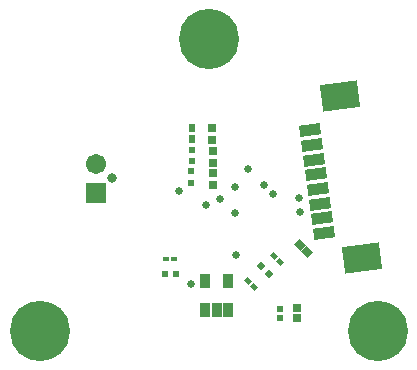
<source format=gts>
G04*
G04 #@! TF.GenerationSoftware,Altium Limited,Altium Designer,24.1.2 (44)*
G04*
G04 Layer_Color=8388736*
%FSLAX44Y44*%
%MOMM*%
G71*
G04*
G04 #@! TF.SameCoordinates,9C14B213-01B7-469D-91E1-2C6BB7E4D26A*
G04*
G04*
G04 #@! TF.FilePolarity,Negative*
G04*
G01*
G75*
%ADD14R,0.5200X0.5200*%
%ADD19R,0.6000X0.5000*%
%ADD20R,0.6725X0.6682*%
%ADD21R,0.5000X0.5000*%
%ADD22R,0.5000X0.7000*%
G04:AMPARAMS|DCode=23|XSize=0.5541mm|YSize=0.4627mm|CornerRadius=0mm|HoleSize=0mm|Usage=FLASHONLY|Rotation=135.000|XOffset=0mm|YOffset=0mm|HoleType=Round|Shape=Rectangle|*
%AMROTATEDRECTD23*
4,1,4,0.3595,-0.0323,0.0323,-0.3595,-0.3595,0.0323,-0.0323,0.3595,0.3595,-0.0323,0.0*
%
%ADD23ROTATEDRECTD23*%

%ADD24R,0.5000X0.5000*%
%ADD25R,0.5541X0.4627*%
%ADD26P,0.7071X4X180.0*%
%ADD28R,0.7024X0.7524*%
G04:AMPARAMS|DCode=29|XSize=0.7524mm|YSize=0.7024mm|CornerRadius=0mm|HoleSize=0mm|Usage=FLASHONLY|Rotation=135.000|XOffset=0mm|YOffset=0mm|HoleType=Round|Shape=Rectangle|*
%AMROTATEDRECTD29*
4,1,4,0.5143,-0.0177,0.0177,-0.5143,-0.5143,0.0177,-0.0177,0.5143,0.5143,-0.0177,0.0*
%
%ADD29ROTATEDRECTD29*%

G04:AMPARAMS|DCode=30|XSize=3.1524mm|YSize=2.2524mm|CornerRadius=0mm|HoleSize=0mm|Usage=FLASHONLY|Rotation=187.500|XOffset=0mm|YOffset=0mm|HoleType=Round|Shape=Rectangle|*
%AMROTATEDRECTD30*
4,1,4,1.4157,1.3223,1.7097,-0.9108,-1.4157,-1.3223,-1.7097,0.9108,1.4157,1.3223,0.0*
%
%ADD30ROTATEDRECTD30*%

G04:AMPARAMS|DCode=31|XSize=1.7524mm|YSize=0.9524mm|CornerRadius=0mm|HoleSize=0mm|Usage=FLASHONLY|Rotation=187.500|XOffset=0mm|YOffset=0mm|HoleType=Round|Shape=Rectangle|*
%AMROTATEDRECTD31*
4,1,4,0.8066,0.5865,0.9309,-0.3578,-0.8066,-0.5865,-0.9309,0.3578,0.8066,0.5865,0.0*
%
%ADD31ROTATEDRECTD31*%

%ADD32R,0.8524X1.3024*%
%ADD33C,5.1000*%
%ADD34R,1.7024X1.7024*%
%ADD35C,1.7024*%
%ADD36C,0.8024*%
%ADD37C,0.6604*%
D14*
X60616Y-71695D02*
D03*
Y-63696D02*
D03*
D19*
X-14478Y61832D02*
D03*
Y70832D02*
D03*
D20*
X3048Y89349D02*
D03*
Y79307D02*
D03*
X3556Y50995D02*
D03*
Y40953D02*
D03*
X3302Y69791D02*
D03*
Y59749D02*
D03*
D21*
X-14986Y53006D02*
D03*
Y43006D02*
D03*
D22*
X-14478Y89082D02*
D03*
Y80082D02*
D03*
D23*
X33055Y-39913D02*
D03*
X38065Y-44923D02*
D03*
X55407Y-19085D02*
D03*
X60417Y-24095D02*
D03*
D24*
X-37512Y-34290D02*
D03*
X-27512D02*
D03*
D25*
X-36309Y-21082D02*
D03*
X-29223D02*
D03*
D26*
X44216Y-27199D02*
D03*
X51287Y-34269D02*
D03*
D28*
X75000Y-71750D02*
D03*
Y-63250D02*
D03*
D29*
X77005Y-9949D02*
D03*
X83015Y-15959D02*
D03*
D30*
X129386Y-20898D02*
D03*
X111308Y116417D02*
D03*
D31*
X97305Y598D02*
D03*
X95674Y12991D02*
D03*
X94042Y25384D02*
D03*
X92411Y37777D02*
D03*
X90779Y50170D02*
D03*
X89148Y62563D02*
D03*
X87516Y74956D02*
D03*
X85885Y87350D02*
D03*
D32*
X-2896Y-64320D02*
D03*
X6604D02*
D03*
X16104D02*
D03*
Y-39820D02*
D03*
X-2896D02*
D03*
D33*
X-142890Y-82500D02*
D03*
X142890D02*
D03*
X0Y165000D02*
D03*
D34*
X-95188Y34236D02*
D03*
D35*
Y59236D02*
D03*
D36*
X-81788Y46736D02*
D03*
D37*
X76528Y29955D02*
D03*
X77341Y17957D02*
D03*
X-25146Y36322D02*
D03*
X9144Y29718D02*
D03*
X-2326Y23876D02*
D03*
X23368Y-18034D02*
D03*
X21928Y17283D02*
D03*
X22352Y39370D02*
D03*
X-15238Y-42673D02*
D03*
X33498Y54834D02*
D03*
X46833Y41499D02*
D03*
X54707Y33625D02*
D03*
M02*

</source>
